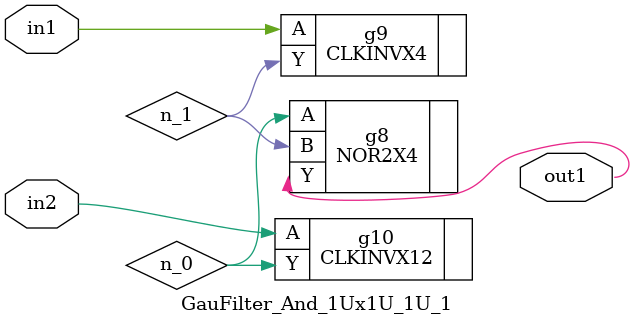
<source format=v>
`timescale 1ps / 1ps


module GauFilter_And_1Ux1U_1U_1(in2, in1, out1);
  input in2, in1;
  output out1;
  wire in2, in1;
  wire out1;
  wire n_0, n_1;
  NOR2X4 g8(.A (n_0), .B (n_1), .Y (out1));
  CLKINVX4 g9(.A (in1), .Y (n_1));
  CLKINVX12 g10(.A (in2), .Y (n_0));
endmodule



</source>
